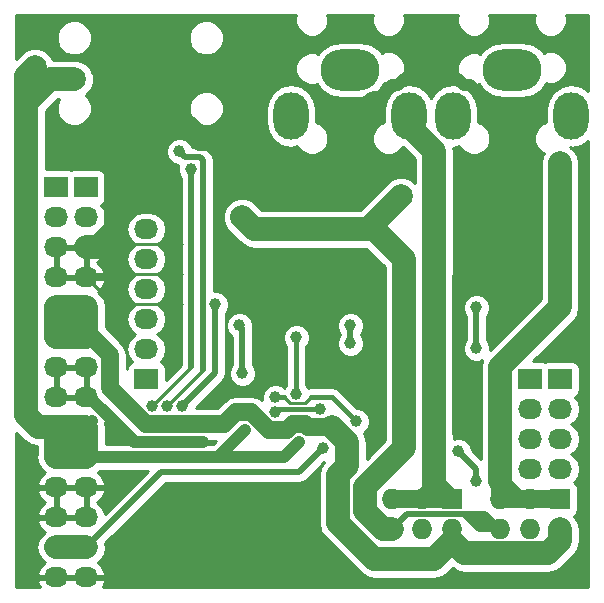
<source format=gbl>
G04 #@! TF.FileFunction,Copper,L2,Bot,Signal*
%FSLAX46Y46*%
G04 Gerber Fmt 4.6, Leading zero omitted, Abs format (unit mm)*
G04 Created by KiCad (PCBNEW 4.0.2-4+6225~38~ubuntu14.04.1-stable) date Fri 18 Mar 2016 14:25:41 GMT*
%MOMM*%
G01*
G04 APERTURE LIST*
%ADD10C,0.100000*%
%ADD11R,1.727200X1.727200*%
%ADD12O,1.727200X1.727200*%
%ADD13O,3.000000X4.000000*%
%ADD14O,5.000000X3.500000*%
%ADD15R,2.032000X1.727200*%
%ADD16O,2.032000X1.727200*%
%ADD17C,1.000000*%
%ADD18C,2.000000*%
%ADD19C,1.500000*%
%ADD20C,1.016000*%
%ADD21C,2.000000*%
%ADD22C,0.254000*%
%ADD23C,0.508000*%
%ADD24C,1.500000*%
%ADD25C,0.381000*%
G04 APERTURE END LIST*
D10*
D11*
X137668000Y-141732000D03*
D12*
X137668000Y-144272000D03*
X135128000Y-141732000D03*
X135128000Y-144272000D03*
X132588000Y-141732000D03*
X132588000Y-144272000D03*
D11*
X146812000Y-141732000D03*
D12*
X146812000Y-144272000D03*
X144272000Y-141732000D03*
X144272000Y-144272000D03*
X141732000Y-141732000D03*
X141732000Y-144272000D03*
D13*
X147748000Y-109276000D03*
X137748000Y-109276000D03*
D14*
X142748000Y-105376000D03*
D13*
X134032000Y-109276000D03*
X124032000Y-109276000D03*
D14*
X129032000Y-105376000D03*
D15*
X146812000Y-131572000D03*
D16*
X146812000Y-134112000D03*
X146812000Y-136652000D03*
X146812000Y-139192000D03*
D15*
X104140000Y-115316000D03*
D16*
X104140000Y-117856000D03*
X104140000Y-120396000D03*
X104140000Y-122936000D03*
X104140000Y-125476000D03*
X104140000Y-128016000D03*
X104140000Y-130556000D03*
X104140000Y-133096000D03*
X104140000Y-135636000D03*
X104140000Y-138176000D03*
X104140000Y-140716000D03*
X104140000Y-143256000D03*
X104140000Y-145796000D03*
X104140000Y-148336000D03*
D15*
X106680000Y-115316000D03*
D16*
X106680000Y-117856000D03*
X106680000Y-120396000D03*
X106680000Y-122936000D03*
X106680000Y-125476000D03*
X106680000Y-128016000D03*
X106680000Y-130556000D03*
X106680000Y-133096000D03*
X106680000Y-135636000D03*
X106680000Y-138176000D03*
X106680000Y-140716000D03*
X106680000Y-143256000D03*
X106680000Y-145796000D03*
X106680000Y-148336000D03*
D15*
X111760000Y-131572000D03*
D16*
X111760000Y-129032000D03*
X111760000Y-126492000D03*
X111760000Y-123952000D03*
X111760000Y-121412000D03*
X111760000Y-118872000D03*
D15*
X144272000Y-131572000D03*
D16*
X144272000Y-134112000D03*
X144272000Y-136652000D03*
X144272000Y-139192000D03*
D17*
X124714000Y-136906000D03*
X120142000Y-135890000D03*
D18*
X105664000Y-106172000D03*
X102339000Y-105156000D03*
D17*
X118872000Y-132588000D03*
X116586000Y-136906000D03*
X131064000Y-122412000D03*
X138176000Y-136144000D03*
D18*
X135636000Y-103140000D03*
X143764000Y-117348000D03*
X109220000Y-112776000D03*
X111252000Y-102108000D03*
X129032000Y-113792000D03*
X119888000Y-117856000D03*
X125476000Y-118872000D03*
X133350000Y-116078000D03*
D19*
X146796000Y-113300000D03*
D17*
X126746000Y-137414000D03*
X113538000Y-133858000D03*
X114554000Y-112268000D03*
X115570000Y-113792000D03*
X112268000Y-133858000D03*
X139700000Y-128966000D03*
X139700000Y-125476000D03*
X124460000Y-132842000D03*
X124460000Y-128016000D03*
X138176000Y-137668000D03*
X139700000Y-140208000D03*
X122682000Y-133096000D03*
X129540000Y-135128000D03*
X126492000Y-134112000D03*
X122682000Y-134366000D03*
X129032000Y-127000000D03*
X129032000Y-128524000D03*
X119634000Y-127000000D03*
X119888000Y-131064000D03*
X117602000Y-125222000D03*
X114808000Y-133858000D03*
D20*
X106680000Y-138176000D02*
X117348000Y-138176000D01*
X123444000Y-138176000D02*
X124714000Y-136906000D01*
X117348000Y-138176000D02*
X123444000Y-138176000D01*
X120142000Y-135890000D02*
X117856000Y-138176000D01*
D21*
X101600000Y-108204000D02*
X103632000Y-106172000D01*
X103632000Y-106172000D02*
X105664000Y-106172000D01*
X102616000Y-135636000D02*
X104140000Y-135636000D01*
X101600000Y-134620000D02*
X102616000Y-135636000D01*
X101600000Y-105895000D02*
X101600000Y-108204000D01*
X101600000Y-108204000D02*
X101600000Y-134620000D01*
X102339000Y-105156000D02*
X101600000Y-105895000D01*
X104140000Y-135636000D02*
X106680000Y-138176000D01*
X104140000Y-135636000D02*
X104140000Y-138176000D01*
X104140000Y-138176000D02*
X106680000Y-138176000D01*
D20*
X106680000Y-135636000D02*
X107188000Y-135128000D01*
D21*
X106680000Y-135636000D02*
X106680000Y-138176000D01*
X104140000Y-135636000D02*
X106680000Y-135636000D01*
D22*
X106680000Y-120396000D02*
X106934000Y-120142000D01*
X106934000Y-120142000D02*
X114808000Y-120142000D01*
D20*
X106934000Y-133096000D02*
X110744000Y-136906000D01*
X116586000Y-136906000D02*
X110744000Y-136906000D01*
X106934000Y-133096000D02*
X106680000Y-133096000D01*
X131064000Y-122412000D02*
X131064000Y-122428000D01*
X138176000Y-122936000D02*
X143764000Y-117348000D01*
X138176000Y-136144000D02*
X138176000Y-122936000D01*
D21*
X135890000Y-103124000D02*
X135890000Y-106172000D01*
X135652000Y-103124000D02*
X135890000Y-103124000D01*
X135636000Y-103140000D02*
X135652000Y-103124000D01*
D20*
X135890000Y-106172000D02*
X138176000Y-106172000D01*
X143764000Y-111252000D02*
X143764000Y-117348000D01*
X139192000Y-106680000D02*
X143764000Y-111252000D01*
X138684000Y-106680000D02*
X139192000Y-106680000D01*
X138176000Y-106172000D02*
X138684000Y-106680000D01*
X131064000Y-108204000D02*
X132588000Y-106680000D01*
X132588000Y-106680000D02*
X133096000Y-106680000D01*
X133096000Y-106680000D02*
X133604000Y-106172000D01*
X133604000Y-106172000D02*
X135890000Y-106172000D01*
D21*
X129032000Y-113792000D02*
X129032000Y-110236000D01*
X129032000Y-110236000D02*
X131064000Y-108204000D01*
X111252000Y-102108000D02*
X111252000Y-109728000D01*
X111252000Y-109728000D02*
X111760000Y-110236000D01*
X122428000Y-113792000D02*
X129032000Y-113792000D01*
X119888000Y-111252000D02*
X122428000Y-113792000D01*
X116332000Y-111252000D02*
X119888000Y-111252000D01*
X115316000Y-110236000D02*
X116332000Y-111252000D01*
X111760000Y-110236000D02*
X115316000Y-110236000D01*
X107696000Y-120396000D02*
X109220000Y-118872000D01*
X109220000Y-118872000D02*
X109220000Y-112776000D01*
X109220000Y-112776000D02*
X111760000Y-110236000D01*
X106680000Y-120396000D02*
X107696000Y-120396000D01*
D22*
X106680000Y-122936000D02*
X108966000Y-125222000D01*
X108966000Y-125222000D02*
X114808000Y-125222000D01*
X106680000Y-122936000D02*
X106934000Y-122682000D01*
X106934000Y-122682000D02*
X114808000Y-122682000D01*
D21*
X132588000Y-144272000D02*
X131826000Y-144272000D01*
X131826000Y-144272000D02*
X130302000Y-142748000D01*
X133604000Y-137414000D02*
X133604000Y-121412000D01*
X130302000Y-140716000D02*
X133604000Y-137414000D01*
X130302000Y-142748000D02*
X130302000Y-140716000D01*
D23*
X140462000Y-144272000D02*
X139954000Y-144272000D01*
X139446000Y-143256000D02*
X139954000Y-143256000D01*
X139954000Y-143256000D02*
X140462000Y-143764000D01*
X141732000Y-144272000D02*
X141224000Y-144272000D01*
X141224000Y-144272000D02*
X140716000Y-143764000D01*
X139954000Y-143002000D02*
X140716000Y-143764000D01*
X140462000Y-143764000D02*
X140462000Y-144018000D01*
X140716000Y-143764000D02*
X140462000Y-143764000D01*
X140462000Y-143002000D02*
X139954000Y-143002000D01*
X141732000Y-144272000D02*
X140462000Y-144272000D01*
X140462000Y-144272000D02*
X139446000Y-143256000D01*
X139446000Y-143256000D02*
X139192000Y-143002000D01*
X139954000Y-144272000D02*
X140208000Y-144272000D01*
X140208000Y-144272000D02*
X140462000Y-144018000D01*
X140462000Y-144018000D02*
X140970000Y-143510000D01*
X138684000Y-143002000D02*
X139192000Y-143002000D01*
X139192000Y-143002000D02*
X139954000Y-143002000D01*
X140462000Y-143002000D02*
X140970000Y-143510000D01*
X140970000Y-143510000D02*
X141732000Y-144272000D01*
X139954000Y-144272000D02*
X138684000Y-143002000D01*
X133858000Y-143002000D02*
X138684000Y-143002000D01*
X133858000Y-143002000D02*
X132588000Y-144272000D01*
D21*
X133604000Y-121412000D02*
X130810000Y-118618000D01*
X125476000Y-118872000D02*
X120904000Y-118872000D01*
X120904000Y-118872000D02*
X119888000Y-117856000D01*
X130556000Y-118872000D02*
X130810000Y-118618000D01*
X130556000Y-118872000D02*
X125476000Y-118872000D01*
X130810000Y-118618000D02*
X133350000Y-116078000D01*
D24*
X144272000Y-141732000D02*
X146812000Y-141732000D01*
X143256000Y-141732000D02*
X144272000Y-141732000D01*
X141732000Y-141732000D02*
X143256000Y-141732000D01*
X141732000Y-141732000D02*
X141732000Y-140208000D01*
D21*
X141732000Y-130556000D02*
X146796000Y-125492000D01*
X146796000Y-125492000D02*
X146796000Y-113300000D01*
X141732000Y-130556000D02*
X141732000Y-140208000D01*
D24*
X143256000Y-141732000D02*
X141732000Y-140208000D01*
X132588000Y-141732000D02*
X135128000Y-141732000D01*
X137668000Y-141732000D02*
X135128000Y-141732000D01*
D21*
X134620000Y-110744000D02*
X134032000Y-109276000D01*
X136144000Y-140208000D02*
X136144000Y-112268000D01*
X136144000Y-112268000D02*
X134620000Y-110744000D01*
D24*
X137668000Y-141732000D02*
X136144000Y-140208000D01*
D21*
X136144000Y-140716000D02*
X136144000Y-140208000D01*
D24*
X135128000Y-141732000D02*
X136144000Y-140716000D01*
D21*
X128778000Y-138938000D02*
X128778000Y-136906000D01*
X137668000Y-145288000D02*
X136144000Y-146812000D01*
X128016000Y-139700000D02*
X128778000Y-138938000D01*
X128016000Y-143764000D02*
X128016000Y-139700000D01*
X131064000Y-146812000D02*
X128016000Y-143764000D01*
X136144000Y-146812000D02*
X131064000Y-146812000D01*
D24*
X108712000Y-129540000D02*
X107188000Y-128016000D01*
D21*
X104140000Y-125476000D02*
X106680000Y-128016000D01*
X106680000Y-128016000D02*
X104140000Y-128016000D01*
X104140000Y-128016000D02*
X104140000Y-125476000D01*
X104140000Y-125476000D02*
X106680000Y-125476000D01*
X106680000Y-125476000D02*
X106680000Y-128016000D01*
D24*
X106680000Y-128016000D02*
X107188000Y-128016000D01*
D21*
X137668000Y-145288000D02*
X138684000Y-146304000D01*
D24*
X137668000Y-144272000D02*
X137668000Y-145288000D01*
D21*
X146812000Y-145288000D02*
X146812000Y-144272000D01*
X145796000Y-146304000D02*
X146812000Y-145288000D01*
X138684000Y-146304000D02*
X145796000Y-146304000D01*
D24*
X123698000Y-135890000D02*
X122174000Y-135890000D01*
X127508000Y-135636000D02*
X125476000Y-135636000D01*
D21*
X128778000Y-136906000D02*
X127508000Y-135636000D01*
D24*
X124206000Y-135382000D02*
X123698000Y-135890000D01*
X125222000Y-135382000D02*
X124206000Y-135382000D01*
X125476000Y-135636000D02*
X125222000Y-135382000D01*
X122174000Y-135890000D02*
X120650000Y-134366000D01*
X108712000Y-129540000D02*
X108712000Y-132334000D01*
X120650000Y-134366000D02*
X119380000Y-134366000D01*
X119380000Y-134366000D02*
X118364000Y-135382000D01*
X118364000Y-135382000D02*
X111760000Y-135382000D01*
X111760000Y-135382000D02*
X108712000Y-132334000D01*
D23*
X126746000Y-137414000D02*
X124714000Y-139446000D01*
X124714000Y-139446000D02*
X113030000Y-139446000D01*
X113030000Y-139446000D02*
X106680000Y-145796000D01*
D21*
X106680000Y-145796000D02*
X104140000Y-145796000D01*
D23*
X111760000Y-118872000D02*
X111826000Y-118806000D01*
X114554000Y-112268000D02*
X115062000Y-112776000D01*
X115062000Y-112776000D02*
X116332000Y-112776000D01*
X116586000Y-113030000D02*
X116586000Y-130810000D01*
X116332000Y-112776000D02*
X116586000Y-113030000D01*
D22*
X113538000Y-133858000D02*
X116586000Y-130810000D01*
D23*
X114554000Y-112456000D02*
X114554000Y-112268000D01*
X114554000Y-112268000D02*
X114554000Y-112456000D01*
X115570000Y-113792000D02*
X115570000Y-130556000D01*
D22*
X112268000Y-133858000D02*
X115570000Y-130556000D01*
D23*
X139700000Y-128966000D02*
X139700000Y-125476000D01*
D25*
X124460000Y-132842000D02*
X124460000Y-128016000D01*
D23*
X138176000Y-137668000D02*
X139700000Y-139192000D01*
X139700000Y-140208000D02*
X139700000Y-139192000D01*
D25*
X123444000Y-133096000D02*
X122682000Y-133096000D01*
D22*
X123444000Y-133096000D02*
X123952000Y-133604000D01*
X123952000Y-133604000D02*
X125222000Y-133604000D01*
X125222000Y-133604000D02*
X125730000Y-133096000D01*
D25*
X127508000Y-133096000D02*
X125730000Y-133096000D01*
X129540000Y-135128000D02*
X127508000Y-133096000D01*
X126492000Y-134112000D02*
X122936000Y-134112000D01*
X122936000Y-134112000D02*
X122682000Y-134366000D01*
D23*
X129032000Y-128524000D02*
X129032000Y-127000000D01*
X119888000Y-131064000D02*
X119888000Y-127254000D01*
X119888000Y-127254000D02*
X119634000Y-127000000D01*
X117602000Y-131064000D02*
X114808000Y-133858000D01*
X117602000Y-125222000D02*
X117602000Y-131064000D01*
D22*
G36*
X149175000Y-149175000D02*
X108061097Y-149175000D01*
X108284709Y-148710791D01*
X108287358Y-148695026D01*
X108166217Y-148463000D01*
X106807000Y-148463000D01*
X106807000Y-148483000D01*
X106553000Y-148483000D01*
X106553000Y-148463000D01*
X104267000Y-148463000D01*
X104267000Y-148483000D01*
X104013000Y-148483000D01*
X104013000Y-148463000D01*
X102653783Y-148463000D01*
X102532642Y-148695026D01*
X102535291Y-148710791D01*
X102758903Y-149175000D01*
X100761000Y-149175000D01*
X100761000Y-141075026D01*
X102532642Y-141075026D01*
X102535291Y-141090791D01*
X102789268Y-141618036D01*
X103201108Y-141986000D01*
X102789268Y-142353964D01*
X102535291Y-142881209D01*
X102532642Y-142896974D01*
X102653783Y-143129000D01*
X104013000Y-143129000D01*
X104013000Y-140843000D01*
X104267000Y-140843000D01*
X104267000Y-143129000D01*
X106553000Y-143129000D01*
X106553000Y-140843000D01*
X104267000Y-140843000D01*
X104013000Y-140843000D01*
X102653783Y-140843000D01*
X102532642Y-141075026D01*
X100761000Y-141075026D01*
X100761000Y-136093240D01*
X101459880Y-136792120D01*
X101990312Y-137146543D01*
X102505000Y-137248922D01*
X102505000Y-137932953D01*
X102456655Y-138176000D01*
X102570729Y-138749489D01*
X102895585Y-139235670D01*
X102938670Y-139264459D01*
X102983880Y-139332120D01*
X103181086Y-139463889D01*
X102789268Y-139813964D01*
X102535291Y-140341209D01*
X102532642Y-140356974D01*
X102653783Y-140589000D01*
X104013000Y-140589000D01*
X104013000Y-140569000D01*
X104267000Y-140569000D01*
X104267000Y-140589000D01*
X106553000Y-140589000D01*
X106553000Y-140569000D01*
X106807000Y-140569000D01*
X106807000Y-140589000D01*
X108166217Y-140589000D01*
X108287358Y-140356974D01*
X108284709Y-140341209D01*
X108030732Y-139813964D01*
X107638914Y-139463889D01*
X107836120Y-139332120D01*
X107844886Y-139319000D01*
X111899764Y-139319000D01*
X108249741Y-142969023D01*
X108287358Y-142896974D01*
X108284709Y-142881209D01*
X108030732Y-142353964D01*
X107618892Y-141986000D01*
X108030732Y-141618036D01*
X108284709Y-141090791D01*
X108287358Y-141075026D01*
X108166217Y-140843000D01*
X106807000Y-140843000D01*
X106807000Y-143129000D01*
X106827000Y-143129000D01*
X106827000Y-143383000D01*
X106807000Y-143383000D01*
X106807000Y-143403000D01*
X106553000Y-143403000D01*
X106553000Y-143383000D01*
X104267000Y-143383000D01*
X104267000Y-143403000D01*
X104013000Y-143403000D01*
X104013000Y-143383000D01*
X102653783Y-143383000D01*
X102532642Y-143615026D01*
X102535291Y-143630791D01*
X102789268Y-144158036D01*
X103181086Y-144508111D01*
X102983880Y-144639880D01*
X102938670Y-144707541D01*
X102895585Y-144736330D01*
X102570729Y-145222511D01*
X102456655Y-145796000D01*
X102570729Y-146369489D01*
X102895585Y-146855670D01*
X102938670Y-146884459D01*
X102983880Y-146952120D01*
X103181086Y-147083889D01*
X102789268Y-147433964D01*
X102535291Y-147961209D01*
X102532642Y-147976974D01*
X102653783Y-148209000D01*
X104013000Y-148209000D01*
X104013000Y-148189000D01*
X104267000Y-148189000D01*
X104267000Y-148209000D01*
X106553000Y-148209000D01*
X106553000Y-148189000D01*
X106807000Y-148189000D01*
X106807000Y-148209000D01*
X108166217Y-148209000D01*
X108287358Y-147976974D01*
X108284709Y-147961209D01*
X108030732Y-147433964D01*
X107638914Y-147083889D01*
X107836120Y-146952120D01*
X107881330Y-146884459D01*
X107924415Y-146855670D01*
X108249271Y-146369489D01*
X108363345Y-145796000D01*
X108292649Y-145440587D01*
X113398236Y-140335000D01*
X124714000Y-140335000D01*
X125054206Y-140267329D01*
X125342618Y-140074618D01*
X126832744Y-138584492D01*
X126505457Y-139074312D01*
X126380999Y-139700000D01*
X126381000Y-139700005D01*
X126381000Y-143763995D01*
X126380999Y-143764000D01*
X126505457Y-144389688D01*
X126859880Y-144920120D01*
X129907880Y-147968120D01*
X130438312Y-148322543D01*
X131064000Y-148447001D01*
X131064005Y-148447000D01*
X136143995Y-148447000D01*
X136144000Y-148447001D01*
X136769688Y-148322543D01*
X137300120Y-147968120D01*
X137695872Y-147572368D01*
X138058312Y-147814543D01*
X138684000Y-147939001D01*
X138684005Y-147939000D01*
X145795995Y-147939000D01*
X145796000Y-147939001D01*
X146421688Y-147814543D01*
X146952120Y-147460120D01*
X147968120Y-146444120D01*
X148322543Y-145913688D01*
X148447001Y-145288000D01*
X148447000Y-145287995D01*
X148447000Y-144272000D01*
X148322543Y-143646313D01*
X147989648Y-143148100D01*
X148127041Y-143059690D01*
X148272031Y-142847490D01*
X148323040Y-142595600D01*
X148323040Y-140868400D01*
X148278762Y-140633083D01*
X148139690Y-140416959D01*
X147976212Y-140305260D01*
X148056415Y-140251670D01*
X148381271Y-139765489D01*
X148495345Y-139192000D01*
X148381271Y-138618511D01*
X148056415Y-138132330D01*
X147741634Y-137922000D01*
X148056415Y-137711670D01*
X148381271Y-137225489D01*
X148495345Y-136652000D01*
X148381271Y-136078511D01*
X148056415Y-135592330D01*
X147741634Y-135382000D01*
X148056415Y-135171670D01*
X148381271Y-134685489D01*
X148495345Y-134112000D01*
X148381271Y-133538511D01*
X148056415Y-133052330D01*
X148042087Y-133042757D01*
X148063317Y-133038762D01*
X148279441Y-132899690D01*
X148424431Y-132687490D01*
X148475440Y-132435600D01*
X148475440Y-130708400D01*
X148431162Y-130473083D01*
X148292090Y-130256959D01*
X148079890Y-130111969D01*
X147828000Y-130060960D01*
X145796000Y-130060960D01*
X145560683Y-130105238D01*
X145544901Y-130115393D01*
X145539890Y-130111969D01*
X145288000Y-130060960D01*
X144539280Y-130060960D01*
X147952117Y-126648122D01*
X147952120Y-126648120D01*
X148306543Y-126117687D01*
X148431000Y-125492000D01*
X148431000Y-113300000D01*
X148306543Y-112674313D01*
X147952120Y-112143880D01*
X147652385Y-111943604D01*
X147748000Y-111962623D01*
X148565029Y-111800106D01*
X149175000Y-111392536D01*
X149175000Y-149175000D01*
X149175000Y-149175000D01*
G37*
X149175000Y-149175000D02*
X108061097Y-149175000D01*
X108284709Y-148710791D01*
X108287358Y-148695026D01*
X108166217Y-148463000D01*
X106807000Y-148463000D01*
X106807000Y-148483000D01*
X106553000Y-148483000D01*
X106553000Y-148463000D01*
X104267000Y-148463000D01*
X104267000Y-148483000D01*
X104013000Y-148483000D01*
X104013000Y-148463000D01*
X102653783Y-148463000D01*
X102532642Y-148695026D01*
X102535291Y-148710791D01*
X102758903Y-149175000D01*
X100761000Y-149175000D01*
X100761000Y-141075026D01*
X102532642Y-141075026D01*
X102535291Y-141090791D01*
X102789268Y-141618036D01*
X103201108Y-141986000D01*
X102789268Y-142353964D01*
X102535291Y-142881209D01*
X102532642Y-142896974D01*
X102653783Y-143129000D01*
X104013000Y-143129000D01*
X104013000Y-140843000D01*
X104267000Y-140843000D01*
X104267000Y-143129000D01*
X106553000Y-143129000D01*
X106553000Y-140843000D01*
X104267000Y-140843000D01*
X104013000Y-140843000D01*
X102653783Y-140843000D01*
X102532642Y-141075026D01*
X100761000Y-141075026D01*
X100761000Y-136093240D01*
X101459880Y-136792120D01*
X101990312Y-137146543D01*
X102505000Y-137248922D01*
X102505000Y-137932953D01*
X102456655Y-138176000D01*
X102570729Y-138749489D01*
X102895585Y-139235670D01*
X102938670Y-139264459D01*
X102983880Y-139332120D01*
X103181086Y-139463889D01*
X102789268Y-139813964D01*
X102535291Y-140341209D01*
X102532642Y-140356974D01*
X102653783Y-140589000D01*
X104013000Y-140589000D01*
X104013000Y-140569000D01*
X104267000Y-140569000D01*
X104267000Y-140589000D01*
X106553000Y-140589000D01*
X106553000Y-140569000D01*
X106807000Y-140569000D01*
X106807000Y-140589000D01*
X108166217Y-140589000D01*
X108287358Y-140356974D01*
X108284709Y-140341209D01*
X108030732Y-139813964D01*
X107638914Y-139463889D01*
X107836120Y-139332120D01*
X107844886Y-139319000D01*
X111899764Y-139319000D01*
X108249741Y-142969023D01*
X108287358Y-142896974D01*
X108284709Y-142881209D01*
X108030732Y-142353964D01*
X107618892Y-141986000D01*
X108030732Y-141618036D01*
X108284709Y-141090791D01*
X108287358Y-141075026D01*
X108166217Y-140843000D01*
X106807000Y-140843000D01*
X106807000Y-143129000D01*
X106827000Y-143129000D01*
X106827000Y-143383000D01*
X106807000Y-143383000D01*
X106807000Y-143403000D01*
X106553000Y-143403000D01*
X106553000Y-143383000D01*
X104267000Y-143383000D01*
X104267000Y-143403000D01*
X104013000Y-143403000D01*
X104013000Y-143383000D01*
X102653783Y-143383000D01*
X102532642Y-143615026D01*
X102535291Y-143630791D01*
X102789268Y-144158036D01*
X103181086Y-144508111D01*
X102983880Y-144639880D01*
X102938670Y-144707541D01*
X102895585Y-144736330D01*
X102570729Y-145222511D01*
X102456655Y-145796000D01*
X102570729Y-146369489D01*
X102895585Y-146855670D01*
X102938670Y-146884459D01*
X102983880Y-146952120D01*
X103181086Y-147083889D01*
X102789268Y-147433964D01*
X102535291Y-147961209D01*
X102532642Y-147976974D01*
X102653783Y-148209000D01*
X104013000Y-148209000D01*
X104013000Y-148189000D01*
X104267000Y-148189000D01*
X104267000Y-148209000D01*
X106553000Y-148209000D01*
X106553000Y-148189000D01*
X106807000Y-148189000D01*
X106807000Y-148209000D01*
X108166217Y-148209000D01*
X108287358Y-147976974D01*
X108284709Y-147961209D01*
X108030732Y-147433964D01*
X107638914Y-147083889D01*
X107836120Y-146952120D01*
X107881330Y-146884459D01*
X107924415Y-146855670D01*
X108249271Y-146369489D01*
X108363345Y-145796000D01*
X108292649Y-145440587D01*
X113398236Y-140335000D01*
X124714000Y-140335000D01*
X125054206Y-140267329D01*
X125342618Y-140074618D01*
X126832744Y-138584492D01*
X126505457Y-139074312D01*
X126380999Y-139700000D01*
X126381000Y-139700005D01*
X126381000Y-143763995D01*
X126380999Y-143764000D01*
X126505457Y-144389688D01*
X126859880Y-144920120D01*
X129907880Y-147968120D01*
X130438312Y-148322543D01*
X131064000Y-148447001D01*
X131064005Y-148447000D01*
X136143995Y-148447000D01*
X136144000Y-148447001D01*
X136769688Y-148322543D01*
X137300120Y-147968120D01*
X137695872Y-147572368D01*
X138058312Y-147814543D01*
X138684000Y-147939001D01*
X138684005Y-147939000D01*
X145795995Y-147939000D01*
X145796000Y-147939001D01*
X146421688Y-147814543D01*
X146952120Y-147460120D01*
X147968120Y-146444120D01*
X148322543Y-145913688D01*
X148447001Y-145288000D01*
X148447000Y-145287995D01*
X148447000Y-144272000D01*
X148322543Y-143646313D01*
X147989648Y-143148100D01*
X148127041Y-143059690D01*
X148272031Y-142847490D01*
X148323040Y-142595600D01*
X148323040Y-140868400D01*
X148278762Y-140633083D01*
X148139690Y-140416959D01*
X147976212Y-140305260D01*
X148056415Y-140251670D01*
X148381271Y-139765489D01*
X148495345Y-139192000D01*
X148381271Y-138618511D01*
X148056415Y-138132330D01*
X147741634Y-137922000D01*
X148056415Y-137711670D01*
X148381271Y-137225489D01*
X148495345Y-136652000D01*
X148381271Y-136078511D01*
X148056415Y-135592330D01*
X147741634Y-135382000D01*
X148056415Y-135171670D01*
X148381271Y-134685489D01*
X148495345Y-134112000D01*
X148381271Y-133538511D01*
X148056415Y-133052330D01*
X148042087Y-133042757D01*
X148063317Y-133038762D01*
X148279441Y-132899690D01*
X148424431Y-132687490D01*
X148475440Y-132435600D01*
X148475440Y-130708400D01*
X148431162Y-130473083D01*
X148292090Y-130256959D01*
X148079890Y-130111969D01*
X147828000Y-130060960D01*
X145796000Y-130060960D01*
X145560683Y-130105238D01*
X145544901Y-130115393D01*
X145539890Y-130111969D01*
X145288000Y-130060960D01*
X144539280Y-130060960D01*
X147952117Y-126648122D01*
X147952120Y-126648120D01*
X148306543Y-126117687D01*
X148431000Y-125492000D01*
X148431000Y-113300000D01*
X148306543Y-112674313D01*
X147952120Y-112143880D01*
X147652385Y-111943604D01*
X147748000Y-111962623D01*
X148565029Y-111800106D01*
X149175000Y-111392536D01*
X149175000Y-149175000D01*
G36*
X124397241Y-100899298D02*
X124396760Y-101450285D01*
X124607169Y-101959515D01*
X124996436Y-102349461D01*
X125505298Y-102560759D01*
X126056285Y-102561240D01*
X126565515Y-102350831D01*
X126955461Y-101961564D01*
X127166759Y-101452702D01*
X127167240Y-100901715D01*
X127109098Y-100761000D01*
X130954667Y-100761000D01*
X130897241Y-100899298D01*
X130896760Y-101450285D01*
X131107169Y-101959515D01*
X131496436Y-102349461D01*
X132005298Y-102560759D01*
X132556285Y-102561240D01*
X133065515Y-102350831D01*
X133455461Y-101961564D01*
X133666759Y-101452702D01*
X133667240Y-100901715D01*
X133609098Y-100761000D01*
X138170667Y-100761000D01*
X138113241Y-100899298D01*
X138112760Y-101450285D01*
X138323169Y-101959515D01*
X138712436Y-102349461D01*
X139221298Y-102560759D01*
X139772285Y-102561240D01*
X140281515Y-102350831D01*
X140671461Y-101961564D01*
X140882759Y-101452702D01*
X140883240Y-100901715D01*
X140825098Y-100761000D01*
X144670667Y-100761000D01*
X144613241Y-100899298D01*
X144612760Y-101450285D01*
X144823169Y-101959515D01*
X145212436Y-102349461D01*
X145721298Y-102560759D01*
X146272285Y-102561240D01*
X146781515Y-102350831D01*
X147171461Y-101961564D01*
X147382759Y-101452702D01*
X147383240Y-100901715D01*
X147325098Y-100761000D01*
X149175000Y-100761000D01*
X149175000Y-107159464D01*
X148565029Y-106751894D01*
X147748000Y-106589377D01*
X146930971Y-106751894D01*
X146238327Y-107214704D01*
X145775517Y-107907348D01*
X145613000Y-108724377D01*
X145613000Y-109827623D01*
X145614633Y-109835832D01*
X145214485Y-110001169D01*
X144824539Y-110390436D01*
X144613241Y-110899298D01*
X144612760Y-111450285D01*
X144823169Y-111959515D01*
X145212436Y-112349461D01*
X145439513Y-112443752D01*
X145285457Y-112674313D01*
X145161000Y-113300000D01*
X145161000Y-124814761D01*
X140834848Y-129140912D01*
X140835197Y-128741225D01*
X140662767Y-128323914D01*
X140589000Y-128250018D01*
X140589000Y-126192283D01*
X140661645Y-126119765D01*
X140834803Y-125702756D01*
X140835197Y-125251225D01*
X140662767Y-124833914D01*
X140343765Y-124514355D01*
X139926756Y-124341197D01*
X139475225Y-124340803D01*
X139057914Y-124513233D01*
X138738355Y-124832235D01*
X138565197Y-125249244D01*
X138564803Y-125700775D01*
X138737233Y-126118086D01*
X138811000Y-126191982D01*
X138811000Y-128249717D01*
X138738355Y-128322235D01*
X138565197Y-128739244D01*
X138564803Y-129190775D01*
X138737233Y-129608086D01*
X139056235Y-129927645D01*
X139473244Y-130100803D01*
X139924775Y-130101197D01*
X140210990Y-129982935D01*
X140096999Y-130556000D01*
X140097000Y-130556005D01*
X140097000Y-138331764D01*
X139311107Y-137545871D01*
X139311197Y-137443225D01*
X139138767Y-137025914D01*
X138819765Y-136706355D01*
X138402756Y-136533197D01*
X137951225Y-136532803D01*
X137779000Y-136603965D01*
X137779000Y-112268000D01*
X137717031Y-111956463D01*
X137748000Y-111962623D01*
X138280673Y-111856668D01*
X138323169Y-111959515D01*
X138712436Y-112349461D01*
X139221298Y-112560759D01*
X139772285Y-112561240D01*
X140281515Y-112350831D01*
X140671461Y-111961564D01*
X140882759Y-111452702D01*
X140883240Y-110901715D01*
X140672831Y-110392485D01*
X140283564Y-110002539D01*
X139881422Y-109835555D01*
X139883000Y-109827623D01*
X139883000Y-108724377D01*
X139720483Y-107907348D01*
X139257673Y-107214704D01*
X138565029Y-106751894D01*
X137748000Y-106589377D01*
X136930971Y-106751894D01*
X136238327Y-107214704D01*
X135890000Y-107736012D01*
X135541673Y-107214704D01*
X134849029Y-106751894D01*
X134032000Y-106589377D01*
X133214971Y-106751894D01*
X132522327Y-107214704D01*
X132059517Y-107907348D01*
X131897000Y-108724377D01*
X131897000Y-109827623D01*
X131898633Y-109835832D01*
X131498485Y-110001169D01*
X131108539Y-110390436D01*
X130897241Y-110899298D01*
X130896760Y-111450285D01*
X131107169Y-111959515D01*
X131496436Y-112349461D01*
X132005298Y-112560759D01*
X132556285Y-112561240D01*
X133065515Y-112350831D01*
X133455461Y-111961564D01*
X133475959Y-111912199D01*
X134509000Y-112945239D01*
X134509000Y-114924764D01*
X134277363Y-114692722D01*
X133676648Y-114443284D01*
X133026205Y-114442716D01*
X132425057Y-114691106D01*
X131964722Y-115150637D01*
X131964437Y-115151324D01*
X129878760Y-117237000D01*
X125477426Y-117237000D01*
X125152205Y-117236716D01*
X125151518Y-117237000D01*
X121581240Y-117237000D01*
X121044557Y-116700317D01*
X120815363Y-116470722D01*
X120214648Y-116221284D01*
X119564205Y-116220716D01*
X118963057Y-116469106D01*
X118502722Y-116928637D01*
X118253284Y-117529352D01*
X118252716Y-118179795D01*
X118501106Y-118780943D01*
X118960637Y-119241278D01*
X118961323Y-119241563D01*
X119747880Y-120028120D01*
X120278312Y-120382543D01*
X120904000Y-120507001D01*
X120904005Y-120507000D01*
X125474573Y-120507000D01*
X125799795Y-120507284D01*
X125800482Y-120507000D01*
X130386760Y-120507000D01*
X131969000Y-122089239D01*
X131969000Y-136736761D01*
X130413000Y-138292760D01*
X130413000Y-136906000D01*
X130370432Y-136691994D01*
X130288543Y-136280312D01*
X130166262Y-136097305D01*
X130182086Y-136090767D01*
X130501645Y-135771765D01*
X130674803Y-135354756D01*
X130675197Y-134903225D01*
X130502767Y-134485914D01*
X130183765Y-134166355D01*
X129766756Y-133993197D01*
X129572461Y-133993027D01*
X128091717Y-132512283D01*
X127823906Y-132333337D01*
X127508000Y-132270500D01*
X125730000Y-132270500D01*
X125473051Y-132321610D01*
X125422767Y-132199914D01*
X125285500Y-132062407D01*
X125285500Y-128795673D01*
X125421645Y-128659765D01*
X125594803Y-128242756D01*
X125595197Y-127791225D01*
X125422767Y-127373914D01*
X125273888Y-127224775D01*
X127896803Y-127224775D01*
X128069233Y-127642086D01*
X128143000Y-127715982D01*
X128143000Y-127807717D01*
X128070355Y-127880235D01*
X127897197Y-128297244D01*
X127896803Y-128748775D01*
X128069233Y-129166086D01*
X128388235Y-129485645D01*
X128805244Y-129658803D01*
X129256775Y-129659197D01*
X129674086Y-129486767D01*
X129993645Y-129167765D01*
X130166803Y-128750756D01*
X130167197Y-128299225D01*
X129994767Y-127881914D01*
X129921000Y-127808018D01*
X129921000Y-127716283D01*
X129993645Y-127643765D01*
X130166803Y-127226756D01*
X130167197Y-126775225D01*
X129994767Y-126357914D01*
X129675765Y-126038355D01*
X129258756Y-125865197D01*
X128807225Y-125864803D01*
X128389914Y-126037233D01*
X128070355Y-126356235D01*
X127897197Y-126773244D01*
X127896803Y-127224775D01*
X125273888Y-127224775D01*
X125103765Y-127054355D01*
X124686756Y-126881197D01*
X124235225Y-126880803D01*
X123817914Y-127053233D01*
X123498355Y-127372235D01*
X123325197Y-127789244D01*
X123324803Y-128240775D01*
X123497233Y-128658086D01*
X123634500Y-128795593D01*
X123634500Y-132062327D01*
X123498355Y-132198235D01*
X123466490Y-132274974D01*
X123466051Y-132274886D01*
X123325765Y-132134355D01*
X122908756Y-131961197D01*
X122457225Y-131960803D01*
X122039914Y-132133233D01*
X121720355Y-132452235D01*
X121547197Y-132869244D01*
X121546803Y-133320775D01*
X121552928Y-133335598D01*
X121533708Y-133322756D01*
X121180017Y-133086427D01*
X120650000Y-132981000D01*
X119380000Y-132981000D01*
X118849983Y-133086427D01*
X118496292Y-133322756D01*
X118400657Y-133386657D01*
X117790314Y-133997000D01*
X115942880Y-133997000D01*
X115942894Y-133980342D01*
X118230618Y-131692618D01*
X118285276Y-131610816D01*
X118423329Y-131404206D01*
X118491000Y-131064000D01*
X118491000Y-127224775D01*
X118498803Y-127224775D01*
X118671233Y-127642086D01*
X118990235Y-127961645D01*
X118999000Y-127965285D01*
X118999000Y-130347717D01*
X118926355Y-130420235D01*
X118753197Y-130837244D01*
X118752803Y-131288775D01*
X118925233Y-131706086D01*
X119244235Y-132025645D01*
X119661244Y-132198803D01*
X120112775Y-132199197D01*
X120530086Y-132026767D01*
X120849645Y-131707765D01*
X121022803Y-131290756D01*
X121023197Y-130839225D01*
X120850767Y-130421914D01*
X120777000Y-130348018D01*
X120777000Y-127254000D01*
X120768815Y-127212852D01*
X120769197Y-126775225D01*
X120596767Y-126357914D01*
X120277765Y-126038355D01*
X119860756Y-125865197D01*
X119409225Y-125864803D01*
X118991914Y-126037233D01*
X118672355Y-126356235D01*
X118499197Y-126773244D01*
X118498803Y-127224775D01*
X118491000Y-127224775D01*
X118491000Y-125938283D01*
X118563645Y-125865765D01*
X118736803Y-125448756D01*
X118737197Y-124997225D01*
X118564767Y-124579914D01*
X118245765Y-124260355D01*
X117828756Y-124087197D01*
X117475000Y-124086888D01*
X117475000Y-113030000D01*
X117407329Y-112689794D01*
X117214618Y-112401382D01*
X116960618Y-112147382D01*
X116801771Y-112041244D01*
X116672206Y-111954671D01*
X116332000Y-111887000D01*
X115624646Y-111887000D01*
X115516767Y-111625914D01*
X115197765Y-111306355D01*
X114780756Y-111133197D01*
X114329225Y-111132803D01*
X113911914Y-111305233D01*
X113592355Y-111624235D01*
X113419197Y-112041244D01*
X113418803Y-112492775D01*
X113591233Y-112910086D01*
X113910235Y-113229645D01*
X114327244Y-113402803D01*
X114431658Y-113402894D01*
X114433382Y-113404618D01*
X114487014Y-113440454D01*
X114435197Y-113565244D01*
X114434803Y-114016775D01*
X114607233Y-114434086D01*
X114681000Y-114507982D01*
X114681000Y-130367370D01*
X113423440Y-131624930D01*
X113423440Y-130708400D01*
X113379162Y-130473083D01*
X113240090Y-130256959D01*
X113027890Y-130111969D01*
X112986561Y-130103600D01*
X113004415Y-130091670D01*
X113329271Y-129605489D01*
X113443345Y-129032000D01*
X113329271Y-128458511D01*
X113004415Y-127972330D01*
X112689634Y-127762000D01*
X113004415Y-127551670D01*
X113329271Y-127065489D01*
X113443345Y-126492000D01*
X113329271Y-125918511D01*
X113004415Y-125432330D01*
X112689634Y-125222000D01*
X113004415Y-125011670D01*
X113329271Y-124525489D01*
X113443345Y-123952000D01*
X113329271Y-123378511D01*
X113004415Y-122892330D01*
X112689634Y-122682000D01*
X113004415Y-122471670D01*
X113329271Y-121985489D01*
X113443345Y-121412000D01*
X113329271Y-120838511D01*
X113004415Y-120352330D01*
X112689634Y-120142000D01*
X113004415Y-119931670D01*
X113329271Y-119445489D01*
X113443345Y-118872000D01*
X113329271Y-118298511D01*
X113004415Y-117812330D01*
X112518234Y-117487474D01*
X111944745Y-117373400D01*
X111575255Y-117373400D01*
X111001766Y-117487474D01*
X110515585Y-117812330D01*
X110190729Y-118298511D01*
X110076655Y-118872000D01*
X110190729Y-119445489D01*
X110515585Y-119931670D01*
X110830366Y-120142000D01*
X110515585Y-120352330D01*
X110190729Y-120838511D01*
X110076655Y-121412000D01*
X110190729Y-121985489D01*
X110515585Y-122471670D01*
X110830366Y-122682000D01*
X110515585Y-122892330D01*
X110190729Y-123378511D01*
X110076655Y-123952000D01*
X110190729Y-124525489D01*
X110515585Y-125011670D01*
X110830366Y-125222000D01*
X110515585Y-125432330D01*
X110190729Y-125918511D01*
X110076655Y-126492000D01*
X110190729Y-127065489D01*
X110515585Y-127551670D01*
X110830366Y-127762000D01*
X110515585Y-127972330D01*
X110190729Y-128458511D01*
X110076655Y-129032000D01*
X110190729Y-129605489D01*
X110515585Y-130091670D01*
X110529913Y-130101243D01*
X110508683Y-130105238D01*
X110292559Y-130244310D01*
X110147569Y-130456510D01*
X110097000Y-130706227D01*
X110097000Y-129540000D01*
X109991573Y-129009983D01*
X109691343Y-128560657D01*
X108315000Y-127184314D01*
X108315000Y-125719047D01*
X108363345Y-125476000D01*
X108249271Y-124902511D01*
X107924415Y-124416330D01*
X107881330Y-124387541D01*
X107836120Y-124319880D01*
X107638914Y-124188111D01*
X108030732Y-123838036D01*
X108284709Y-123310791D01*
X108287358Y-123295026D01*
X108166217Y-123063000D01*
X106807000Y-123063000D01*
X106807000Y-123083000D01*
X106553000Y-123083000D01*
X106553000Y-123063000D01*
X104267000Y-123063000D01*
X104267000Y-123083000D01*
X104013000Y-123083000D01*
X104013000Y-123063000D01*
X103993000Y-123063000D01*
X103993000Y-122809000D01*
X104013000Y-122809000D01*
X104013000Y-120523000D01*
X104267000Y-120523000D01*
X104267000Y-122809000D01*
X106553000Y-122809000D01*
X106553000Y-120523000D01*
X106807000Y-120523000D01*
X106807000Y-122809000D01*
X108166217Y-122809000D01*
X108287358Y-122576974D01*
X108284709Y-122561209D01*
X108030732Y-122033964D01*
X107618892Y-121666000D01*
X108030732Y-121298036D01*
X108284709Y-120770791D01*
X108287358Y-120755026D01*
X108166217Y-120523000D01*
X106807000Y-120523000D01*
X106553000Y-120523000D01*
X104267000Y-120523000D01*
X104013000Y-120523000D01*
X103993000Y-120523000D01*
X103993000Y-120269000D01*
X104013000Y-120269000D01*
X104013000Y-120249000D01*
X104267000Y-120249000D01*
X104267000Y-120269000D01*
X106553000Y-120269000D01*
X106553000Y-120249000D01*
X106807000Y-120249000D01*
X106807000Y-120269000D01*
X108166217Y-120269000D01*
X108287358Y-120036974D01*
X108284709Y-120021209D01*
X108030732Y-119493964D01*
X107614931Y-119122461D01*
X107924415Y-118915670D01*
X108249271Y-118429489D01*
X108363345Y-117856000D01*
X108249271Y-117282511D01*
X107924415Y-116796330D01*
X107910087Y-116786757D01*
X107931317Y-116782762D01*
X108147441Y-116643690D01*
X108292431Y-116431490D01*
X108343440Y-116179600D01*
X108343440Y-114452400D01*
X108299162Y-114217083D01*
X108160090Y-114000959D01*
X107947890Y-113855969D01*
X107696000Y-113804960D01*
X105664000Y-113804960D01*
X105428683Y-113849238D01*
X105412901Y-113859393D01*
X105407890Y-113855969D01*
X105156000Y-113804960D01*
X103235000Y-113804960D01*
X103235000Y-108881240D01*
X104309240Y-107807000D01*
X104412541Y-107807000D01*
X104405812Y-107813717D01*
X104179258Y-108359319D01*
X104178743Y-108950089D01*
X104404344Y-109496086D01*
X104821717Y-109914188D01*
X105367319Y-110140742D01*
X105958089Y-110141257D01*
X106504086Y-109915656D01*
X106922188Y-109498283D01*
X107148742Y-108952681D01*
X107148744Y-108950089D01*
X115354743Y-108950089D01*
X115580344Y-109496086D01*
X115997717Y-109914188D01*
X116543319Y-110140742D01*
X117134089Y-110141257D01*
X117680086Y-109915656D01*
X118098188Y-109498283D01*
X118324742Y-108952681D01*
X118324941Y-108724377D01*
X121897000Y-108724377D01*
X121897000Y-109827623D01*
X122059517Y-110644652D01*
X122522327Y-111337296D01*
X123214971Y-111800106D01*
X124032000Y-111962623D01*
X124564673Y-111856668D01*
X124607169Y-111959515D01*
X124996436Y-112349461D01*
X125505298Y-112560759D01*
X126056285Y-112561240D01*
X126565515Y-112350831D01*
X126955461Y-111961564D01*
X127166759Y-111452702D01*
X127167240Y-110901715D01*
X126956831Y-110392485D01*
X126567564Y-110002539D01*
X126165422Y-109835555D01*
X126167000Y-109827623D01*
X126167000Y-108724377D01*
X126004483Y-107907348D01*
X125541673Y-107214704D01*
X124849029Y-106751894D01*
X124032000Y-106589377D01*
X123214971Y-106751894D01*
X122522327Y-107214704D01*
X122059517Y-107907348D01*
X121897000Y-108724377D01*
X118324941Y-108724377D01*
X118325257Y-108361911D01*
X118099656Y-107815914D01*
X117682283Y-107397812D01*
X117136681Y-107171258D01*
X116545911Y-107170743D01*
X115999914Y-107396344D01*
X115581812Y-107813717D01*
X115355258Y-108359319D01*
X115354743Y-108950089D01*
X107148744Y-108950089D01*
X107149257Y-108361911D01*
X106923656Y-107815914D01*
X106628082Y-107519824D01*
X107049278Y-107099363D01*
X107298716Y-106498648D01*
X107299284Y-105848205D01*
X107176186Y-105550285D01*
X124396760Y-105550285D01*
X124607169Y-106059515D01*
X124996436Y-106449461D01*
X125505298Y-106660759D01*
X126056285Y-106661240D01*
X126220668Y-106593318D01*
X126534132Y-107062450D01*
X127307882Y-107579453D01*
X128220582Y-107761000D01*
X129843418Y-107761000D01*
X130756118Y-107579453D01*
X131529868Y-107062450D01*
X131895540Y-106515183D01*
X132005298Y-106560759D01*
X132556285Y-106561240D01*
X133065515Y-106350831D01*
X133455461Y-105961564D01*
X133626238Y-105550285D01*
X138112760Y-105550285D01*
X138323169Y-106059515D01*
X138712436Y-106449461D01*
X139221298Y-106660759D01*
X139772285Y-106661240D01*
X139936668Y-106593318D01*
X140250132Y-107062450D01*
X141023882Y-107579453D01*
X141936582Y-107761000D01*
X143559418Y-107761000D01*
X144472118Y-107579453D01*
X145245868Y-107062450D01*
X145611540Y-106515183D01*
X145721298Y-106560759D01*
X146272285Y-106561240D01*
X146781515Y-106350831D01*
X147171461Y-105961564D01*
X147382759Y-105452702D01*
X147383240Y-104901715D01*
X147172831Y-104392485D01*
X146783564Y-104002539D01*
X146274702Y-103791241D01*
X145723715Y-103790760D01*
X145402247Y-103923588D01*
X145245868Y-103689550D01*
X144472118Y-103172547D01*
X143559418Y-102991000D01*
X141936582Y-102991000D01*
X141023882Y-103172547D01*
X140250132Y-103689550D01*
X140041377Y-104001974D01*
X139774702Y-103891241D01*
X139223715Y-103890760D01*
X138714485Y-104101169D01*
X138324539Y-104490436D01*
X138113241Y-104999298D01*
X138112760Y-105550285D01*
X133626238Y-105550285D01*
X133666759Y-105452702D01*
X133667240Y-104901715D01*
X133456831Y-104392485D01*
X133067564Y-104002539D01*
X132558702Y-103791241D01*
X132007715Y-103790760D01*
X131686247Y-103923588D01*
X131529868Y-103689550D01*
X130756118Y-103172547D01*
X129843418Y-102991000D01*
X128220582Y-102991000D01*
X127307882Y-103172547D01*
X126534132Y-103689550D01*
X126325377Y-104001974D01*
X126058702Y-103891241D01*
X125507715Y-103890760D01*
X124998485Y-104101169D01*
X124608539Y-104490436D01*
X124397241Y-104999298D01*
X124396760Y-105550285D01*
X107176186Y-105550285D01*
X107050894Y-105247057D01*
X106591363Y-104786722D01*
X105990648Y-104537284D01*
X105340205Y-104536716D01*
X105339518Y-104537000D01*
X103852307Y-104537000D01*
X103725894Y-104231057D01*
X103266363Y-103770722D01*
X102665648Y-103521284D01*
X102015205Y-103520716D01*
X101414057Y-103769106D01*
X100953722Y-104228637D01*
X100953437Y-104229324D01*
X100761000Y-104421760D01*
X100761000Y-102950089D01*
X104178743Y-102950089D01*
X104404344Y-103496086D01*
X104821717Y-103914188D01*
X105367319Y-104140742D01*
X105958089Y-104141257D01*
X106504086Y-103915656D01*
X106922188Y-103498283D01*
X107148742Y-102952681D01*
X107148744Y-102950089D01*
X115354743Y-102950089D01*
X115580344Y-103496086D01*
X115997717Y-103914188D01*
X116543319Y-104140742D01*
X117134089Y-104141257D01*
X117680086Y-103915656D01*
X118098188Y-103498283D01*
X118324742Y-102952681D01*
X118325257Y-102361911D01*
X118099656Y-101815914D01*
X117682283Y-101397812D01*
X117136681Y-101171258D01*
X116545911Y-101170743D01*
X115999914Y-101396344D01*
X115581812Y-101813717D01*
X115355258Y-102359319D01*
X115354743Y-102950089D01*
X107148744Y-102950089D01*
X107149257Y-102361911D01*
X106923656Y-101815914D01*
X106506283Y-101397812D01*
X105960681Y-101171258D01*
X105369911Y-101170743D01*
X104823914Y-101396344D01*
X104405812Y-101813717D01*
X104179258Y-102359319D01*
X104178743Y-102950089D01*
X100761000Y-102950089D01*
X100761000Y-100761000D01*
X124454667Y-100761000D01*
X124397241Y-100899298D01*
X124397241Y-100899298D01*
G37*
X124397241Y-100899298D02*
X124396760Y-101450285D01*
X124607169Y-101959515D01*
X124996436Y-102349461D01*
X125505298Y-102560759D01*
X126056285Y-102561240D01*
X126565515Y-102350831D01*
X126955461Y-101961564D01*
X127166759Y-101452702D01*
X127167240Y-100901715D01*
X127109098Y-100761000D01*
X130954667Y-100761000D01*
X130897241Y-100899298D01*
X130896760Y-101450285D01*
X131107169Y-101959515D01*
X131496436Y-102349461D01*
X132005298Y-102560759D01*
X132556285Y-102561240D01*
X133065515Y-102350831D01*
X133455461Y-101961564D01*
X133666759Y-101452702D01*
X133667240Y-100901715D01*
X133609098Y-100761000D01*
X138170667Y-100761000D01*
X138113241Y-100899298D01*
X138112760Y-101450285D01*
X138323169Y-101959515D01*
X138712436Y-102349461D01*
X139221298Y-102560759D01*
X139772285Y-102561240D01*
X140281515Y-102350831D01*
X140671461Y-101961564D01*
X140882759Y-101452702D01*
X140883240Y-100901715D01*
X140825098Y-100761000D01*
X144670667Y-100761000D01*
X144613241Y-100899298D01*
X144612760Y-101450285D01*
X144823169Y-101959515D01*
X145212436Y-102349461D01*
X145721298Y-102560759D01*
X146272285Y-102561240D01*
X146781515Y-102350831D01*
X147171461Y-101961564D01*
X147382759Y-101452702D01*
X147383240Y-100901715D01*
X147325098Y-100761000D01*
X149175000Y-100761000D01*
X149175000Y-107159464D01*
X148565029Y-106751894D01*
X147748000Y-106589377D01*
X146930971Y-106751894D01*
X146238327Y-107214704D01*
X145775517Y-107907348D01*
X145613000Y-108724377D01*
X145613000Y-109827623D01*
X145614633Y-109835832D01*
X145214485Y-110001169D01*
X144824539Y-110390436D01*
X144613241Y-110899298D01*
X144612760Y-111450285D01*
X144823169Y-111959515D01*
X145212436Y-112349461D01*
X145439513Y-112443752D01*
X145285457Y-112674313D01*
X145161000Y-113300000D01*
X145161000Y-124814761D01*
X140834848Y-129140912D01*
X140835197Y-128741225D01*
X140662767Y-128323914D01*
X140589000Y-128250018D01*
X140589000Y-126192283D01*
X140661645Y-126119765D01*
X140834803Y-125702756D01*
X140835197Y-125251225D01*
X140662767Y-124833914D01*
X140343765Y-124514355D01*
X139926756Y-124341197D01*
X139475225Y-124340803D01*
X139057914Y-124513233D01*
X138738355Y-124832235D01*
X138565197Y-125249244D01*
X138564803Y-125700775D01*
X138737233Y-126118086D01*
X138811000Y-126191982D01*
X138811000Y-128249717D01*
X138738355Y-128322235D01*
X138565197Y-128739244D01*
X138564803Y-129190775D01*
X138737233Y-129608086D01*
X139056235Y-129927645D01*
X139473244Y-130100803D01*
X139924775Y-130101197D01*
X140210990Y-129982935D01*
X140096999Y-130556000D01*
X140097000Y-130556005D01*
X140097000Y-138331764D01*
X139311107Y-137545871D01*
X139311197Y-137443225D01*
X139138767Y-137025914D01*
X138819765Y-136706355D01*
X138402756Y-136533197D01*
X137951225Y-136532803D01*
X137779000Y-136603965D01*
X137779000Y-112268000D01*
X137717031Y-111956463D01*
X137748000Y-111962623D01*
X138280673Y-111856668D01*
X138323169Y-111959515D01*
X138712436Y-112349461D01*
X139221298Y-112560759D01*
X139772285Y-112561240D01*
X140281515Y-112350831D01*
X140671461Y-111961564D01*
X140882759Y-111452702D01*
X140883240Y-110901715D01*
X140672831Y-110392485D01*
X140283564Y-110002539D01*
X139881422Y-109835555D01*
X139883000Y-109827623D01*
X139883000Y-108724377D01*
X139720483Y-107907348D01*
X139257673Y-107214704D01*
X138565029Y-106751894D01*
X137748000Y-106589377D01*
X136930971Y-106751894D01*
X136238327Y-107214704D01*
X135890000Y-107736012D01*
X135541673Y-107214704D01*
X134849029Y-106751894D01*
X134032000Y-106589377D01*
X133214971Y-106751894D01*
X132522327Y-107214704D01*
X132059517Y-107907348D01*
X131897000Y-108724377D01*
X131897000Y-109827623D01*
X131898633Y-109835832D01*
X131498485Y-110001169D01*
X131108539Y-110390436D01*
X130897241Y-110899298D01*
X130896760Y-111450285D01*
X131107169Y-111959515D01*
X131496436Y-112349461D01*
X132005298Y-112560759D01*
X132556285Y-112561240D01*
X133065515Y-112350831D01*
X133455461Y-111961564D01*
X133475959Y-111912199D01*
X134509000Y-112945239D01*
X134509000Y-114924764D01*
X134277363Y-114692722D01*
X133676648Y-114443284D01*
X133026205Y-114442716D01*
X132425057Y-114691106D01*
X131964722Y-115150637D01*
X131964437Y-115151324D01*
X129878760Y-117237000D01*
X125477426Y-117237000D01*
X125152205Y-117236716D01*
X125151518Y-117237000D01*
X121581240Y-117237000D01*
X121044557Y-116700317D01*
X120815363Y-116470722D01*
X120214648Y-116221284D01*
X119564205Y-116220716D01*
X118963057Y-116469106D01*
X118502722Y-116928637D01*
X118253284Y-117529352D01*
X118252716Y-118179795D01*
X118501106Y-118780943D01*
X118960637Y-119241278D01*
X118961323Y-119241563D01*
X119747880Y-120028120D01*
X120278312Y-120382543D01*
X120904000Y-120507001D01*
X120904005Y-120507000D01*
X125474573Y-120507000D01*
X125799795Y-120507284D01*
X125800482Y-120507000D01*
X130386760Y-120507000D01*
X131969000Y-122089239D01*
X131969000Y-136736761D01*
X130413000Y-138292760D01*
X130413000Y-136906000D01*
X130370432Y-136691994D01*
X130288543Y-136280312D01*
X130166262Y-136097305D01*
X130182086Y-136090767D01*
X130501645Y-135771765D01*
X130674803Y-135354756D01*
X130675197Y-134903225D01*
X130502767Y-134485914D01*
X130183765Y-134166355D01*
X129766756Y-133993197D01*
X129572461Y-133993027D01*
X128091717Y-132512283D01*
X127823906Y-132333337D01*
X127508000Y-132270500D01*
X125730000Y-132270500D01*
X125473051Y-132321610D01*
X125422767Y-132199914D01*
X125285500Y-132062407D01*
X125285500Y-128795673D01*
X125421645Y-128659765D01*
X125594803Y-128242756D01*
X125595197Y-127791225D01*
X125422767Y-127373914D01*
X125273888Y-127224775D01*
X127896803Y-127224775D01*
X128069233Y-127642086D01*
X128143000Y-127715982D01*
X128143000Y-127807717D01*
X128070355Y-127880235D01*
X127897197Y-128297244D01*
X127896803Y-128748775D01*
X128069233Y-129166086D01*
X128388235Y-129485645D01*
X128805244Y-129658803D01*
X129256775Y-129659197D01*
X129674086Y-129486767D01*
X129993645Y-129167765D01*
X130166803Y-128750756D01*
X130167197Y-128299225D01*
X129994767Y-127881914D01*
X129921000Y-127808018D01*
X129921000Y-127716283D01*
X129993645Y-127643765D01*
X130166803Y-127226756D01*
X130167197Y-126775225D01*
X129994767Y-126357914D01*
X129675765Y-126038355D01*
X129258756Y-125865197D01*
X128807225Y-125864803D01*
X128389914Y-126037233D01*
X128070355Y-126356235D01*
X127897197Y-126773244D01*
X127896803Y-127224775D01*
X125273888Y-127224775D01*
X125103765Y-127054355D01*
X124686756Y-126881197D01*
X124235225Y-126880803D01*
X123817914Y-127053233D01*
X123498355Y-127372235D01*
X123325197Y-127789244D01*
X123324803Y-128240775D01*
X123497233Y-128658086D01*
X123634500Y-128795593D01*
X123634500Y-132062327D01*
X123498355Y-132198235D01*
X123466490Y-132274974D01*
X123466051Y-132274886D01*
X123325765Y-132134355D01*
X122908756Y-131961197D01*
X122457225Y-131960803D01*
X122039914Y-132133233D01*
X121720355Y-132452235D01*
X121547197Y-132869244D01*
X121546803Y-133320775D01*
X121552928Y-133335598D01*
X121533708Y-133322756D01*
X121180017Y-133086427D01*
X120650000Y-132981000D01*
X119380000Y-132981000D01*
X118849983Y-133086427D01*
X118496292Y-133322756D01*
X118400657Y-133386657D01*
X117790314Y-133997000D01*
X115942880Y-133997000D01*
X115942894Y-133980342D01*
X118230618Y-131692618D01*
X118285276Y-131610816D01*
X118423329Y-131404206D01*
X118491000Y-131064000D01*
X118491000Y-127224775D01*
X118498803Y-127224775D01*
X118671233Y-127642086D01*
X118990235Y-127961645D01*
X118999000Y-127965285D01*
X118999000Y-130347717D01*
X118926355Y-130420235D01*
X118753197Y-130837244D01*
X118752803Y-131288775D01*
X118925233Y-131706086D01*
X119244235Y-132025645D01*
X119661244Y-132198803D01*
X120112775Y-132199197D01*
X120530086Y-132026767D01*
X120849645Y-131707765D01*
X121022803Y-131290756D01*
X121023197Y-130839225D01*
X120850767Y-130421914D01*
X120777000Y-130348018D01*
X120777000Y-127254000D01*
X120768815Y-127212852D01*
X120769197Y-126775225D01*
X120596767Y-126357914D01*
X120277765Y-126038355D01*
X119860756Y-125865197D01*
X119409225Y-125864803D01*
X118991914Y-126037233D01*
X118672355Y-126356235D01*
X118499197Y-126773244D01*
X118498803Y-127224775D01*
X118491000Y-127224775D01*
X118491000Y-125938283D01*
X118563645Y-125865765D01*
X118736803Y-125448756D01*
X118737197Y-124997225D01*
X118564767Y-124579914D01*
X118245765Y-124260355D01*
X117828756Y-124087197D01*
X117475000Y-124086888D01*
X117475000Y-113030000D01*
X117407329Y-112689794D01*
X117214618Y-112401382D01*
X116960618Y-112147382D01*
X116801771Y-112041244D01*
X116672206Y-111954671D01*
X116332000Y-111887000D01*
X115624646Y-111887000D01*
X115516767Y-111625914D01*
X115197765Y-111306355D01*
X114780756Y-111133197D01*
X114329225Y-111132803D01*
X113911914Y-111305233D01*
X113592355Y-111624235D01*
X113419197Y-112041244D01*
X113418803Y-112492775D01*
X113591233Y-112910086D01*
X113910235Y-113229645D01*
X114327244Y-113402803D01*
X114431658Y-113402894D01*
X114433382Y-113404618D01*
X114487014Y-113440454D01*
X114435197Y-113565244D01*
X114434803Y-114016775D01*
X114607233Y-114434086D01*
X114681000Y-114507982D01*
X114681000Y-130367370D01*
X113423440Y-131624930D01*
X113423440Y-130708400D01*
X113379162Y-130473083D01*
X113240090Y-130256959D01*
X113027890Y-130111969D01*
X112986561Y-130103600D01*
X113004415Y-130091670D01*
X113329271Y-129605489D01*
X113443345Y-129032000D01*
X113329271Y-128458511D01*
X113004415Y-127972330D01*
X112689634Y-127762000D01*
X113004415Y-127551670D01*
X113329271Y-127065489D01*
X113443345Y-126492000D01*
X113329271Y-125918511D01*
X113004415Y-125432330D01*
X112689634Y-125222000D01*
X113004415Y-125011670D01*
X113329271Y-124525489D01*
X113443345Y-123952000D01*
X113329271Y-123378511D01*
X113004415Y-122892330D01*
X112689634Y-122682000D01*
X113004415Y-122471670D01*
X113329271Y-121985489D01*
X113443345Y-121412000D01*
X113329271Y-120838511D01*
X113004415Y-120352330D01*
X112689634Y-120142000D01*
X113004415Y-119931670D01*
X113329271Y-119445489D01*
X113443345Y-118872000D01*
X113329271Y-118298511D01*
X113004415Y-117812330D01*
X112518234Y-117487474D01*
X111944745Y-117373400D01*
X111575255Y-117373400D01*
X111001766Y-117487474D01*
X110515585Y-117812330D01*
X110190729Y-118298511D01*
X110076655Y-118872000D01*
X110190729Y-119445489D01*
X110515585Y-119931670D01*
X110830366Y-120142000D01*
X110515585Y-120352330D01*
X110190729Y-120838511D01*
X110076655Y-121412000D01*
X110190729Y-121985489D01*
X110515585Y-122471670D01*
X110830366Y-122682000D01*
X110515585Y-122892330D01*
X110190729Y-123378511D01*
X110076655Y-123952000D01*
X110190729Y-124525489D01*
X110515585Y-125011670D01*
X110830366Y-125222000D01*
X110515585Y-125432330D01*
X110190729Y-125918511D01*
X110076655Y-126492000D01*
X110190729Y-127065489D01*
X110515585Y-127551670D01*
X110830366Y-127762000D01*
X110515585Y-127972330D01*
X110190729Y-128458511D01*
X110076655Y-129032000D01*
X110190729Y-129605489D01*
X110515585Y-130091670D01*
X110529913Y-130101243D01*
X110508683Y-130105238D01*
X110292559Y-130244310D01*
X110147569Y-130456510D01*
X110097000Y-130706227D01*
X110097000Y-129540000D01*
X109991573Y-129009983D01*
X109691343Y-128560657D01*
X108315000Y-127184314D01*
X108315000Y-125719047D01*
X108363345Y-125476000D01*
X108249271Y-124902511D01*
X107924415Y-124416330D01*
X107881330Y-124387541D01*
X107836120Y-124319880D01*
X107638914Y-124188111D01*
X108030732Y-123838036D01*
X108284709Y-123310791D01*
X108287358Y-123295026D01*
X108166217Y-123063000D01*
X106807000Y-123063000D01*
X106807000Y-123083000D01*
X106553000Y-123083000D01*
X106553000Y-123063000D01*
X104267000Y-123063000D01*
X104267000Y-123083000D01*
X104013000Y-123083000D01*
X104013000Y-123063000D01*
X103993000Y-123063000D01*
X103993000Y-122809000D01*
X104013000Y-122809000D01*
X104013000Y-120523000D01*
X104267000Y-120523000D01*
X104267000Y-122809000D01*
X106553000Y-122809000D01*
X106553000Y-120523000D01*
X106807000Y-120523000D01*
X106807000Y-122809000D01*
X108166217Y-122809000D01*
X108287358Y-122576974D01*
X108284709Y-122561209D01*
X108030732Y-122033964D01*
X107618892Y-121666000D01*
X108030732Y-121298036D01*
X108284709Y-120770791D01*
X108287358Y-120755026D01*
X108166217Y-120523000D01*
X106807000Y-120523000D01*
X106553000Y-120523000D01*
X104267000Y-120523000D01*
X104013000Y-120523000D01*
X103993000Y-120523000D01*
X103993000Y-120269000D01*
X104013000Y-120269000D01*
X104013000Y-120249000D01*
X104267000Y-120249000D01*
X104267000Y-120269000D01*
X106553000Y-120269000D01*
X106553000Y-120249000D01*
X106807000Y-120249000D01*
X106807000Y-120269000D01*
X108166217Y-120269000D01*
X108287358Y-120036974D01*
X108284709Y-120021209D01*
X108030732Y-119493964D01*
X107614931Y-119122461D01*
X107924415Y-118915670D01*
X108249271Y-118429489D01*
X108363345Y-117856000D01*
X108249271Y-117282511D01*
X107924415Y-116796330D01*
X107910087Y-116786757D01*
X107931317Y-116782762D01*
X108147441Y-116643690D01*
X108292431Y-116431490D01*
X108343440Y-116179600D01*
X108343440Y-114452400D01*
X108299162Y-114217083D01*
X108160090Y-114000959D01*
X107947890Y-113855969D01*
X107696000Y-113804960D01*
X105664000Y-113804960D01*
X105428683Y-113849238D01*
X105412901Y-113859393D01*
X105407890Y-113855969D01*
X105156000Y-113804960D01*
X103235000Y-113804960D01*
X103235000Y-108881240D01*
X104309240Y-107807000D01*
X104412541Y-107807000D01*
X104405812Y-107813717D01*
X104179258Y-108359319D01*
X104178743Y-108950089D01*
X104404344Y-109496086D01*
X104821717Y-109914188D01*
X105367319Y-110140742D01*
X105958089Y-110141257D01*
X106504086Y-109915656D01*
X106922188Y-109498283D01*
X107148742Y-108952681D01*
X107148744Y-108950089D01*
X115354743Y-108950089D01*
X115580344Y-109496086D01*
X115997717Y-109914188D01*
X116543319Y-110140742D01*
X117134089Y-110141257D01*
X117680086Y-109915656D01*
X118098188Y-109498283D01*
X118324742Y-108952681D01*
X118324941Y-108724377D01*
X121897000Y-108724377D01*
X121897000Y-109827623D01*
X122059517Y-110644652D01*
X122522327Y-111337296D01*
X123214971Y-111800106D01*
X124032000Y-111962623D01*
X124564673Y-111856668D01*
X124607169Y-111959515D01*
X124996436Y-112349461D01*
X125505298Y-112560759D01*
X126056285Y-112561240D01*
X126565515Y-112350831D01*
X126955461Y-111961564D01*
X127166759Y-111452702D01*
X127167240Y-110901715D01*
X126956831Y-110392485D01*
X126567564Y-110002539D01*
X126165422Y-109835555D01*
X126167000Y-109827623D01*
X126167000Y-108724377D01*
X126004483Y-107907348D01*
X125541673Y-107214704D01*
X124849029Y-106751894D01*
X124032000Y-106589377D01*
X123214971Y-106751894D01*
X122522327Y-107214704D01*
X122059517Y-107907348D01*
X121897000Y-108724377D01*
X118324941Y-108724377D01*
X118325257Y-108361911D01*
X118099656Y-107815914D01*
X117682283Y-107397812D01*
X117136681Y-107171258D01*
X116545911Y-107170743D01*
X115999914Y-107396344D01*
X115581812Y-107813717D01*
X115355258Y-108359319D01*
X115354743Y-108950089D01*
X107148744Y-108950089D01*
X107149257Y-108361911D01*
X106923656Y-107815914D01*
X106628082Y-107519824D01*
X107049278Y-107099363D01*
X107298716Y-106498648D01*
X107299284Y-105848205D01*
X107176186Y-105550285D01*
X124396760Y-105550285D01*
X124607169Y-106059515D01*
X124996436Y-106449461D01*
X125505298Y-106660759D01*
X126056285Y-106661240D01*
X126220668Y-106593318D01*
X126534132Y-107062450D01*
X127307882Y-107579453D01*
X128220582Y-107761000D01*
X129843418Y-107761000D01*
X130756118Y-107579453D01*
X131529868Y-107062450D01*
X131895540Y-106515183D01*
X132005298Y-106560759D01*
X132556285Y-106561240D01*
X133065515Y-106350831D01*
X133455461Y-105961564D01*
X133626238Y-105550285D01*
X138112760Y-105550285D01*
X138323169Y-106059515D01*
X138712436Y-106449461D01*
X139221298Y-106660759D01*
X139772285Y-106661240D01*
X139936668Y-106593318D01*
X140250132Y-107062450D01*
X141023882Y-107579453D01*
X141936582Y-107761000D01*
X143559418Y-107761000D01*
X144472118Y-107579453D01*
X145245868Y-107062450D01*
X145611540Y-106515183D01*
X145721298Y-106560759D01*
X146272285Y-106561240D01*
X146781515Y-106350831D01*
X147171461Y-105961564D01*
X147382759Y-105452702D01*
X147383240Y-104901715D01*
X147172831Y-104392485D01*
X146783564Y-104002539D01*
X146274702Y-103791241D01*
X145723715Y-103790760D01*
X145402247Y-103923588D01*
X145245868Y-103689550D01*
X144472118Y-103172547D01*
X143559418Y-102991000D01*
X141936582Y-102991000D01*
X141023882Y-103172547D01*
X140250132Y-103689550D01*
X140041377Y-104001974D01*
X139774702Y-103891241D01*
X139223715Y-103890760D01*
X138714485Y-104101169D01*
X138324539Y-104490436D01*
X138113241Y-104999298D01*
X138112760Y-105550285D01*
X133626238Y-105550285D01*
X133666759Y-105452702D01*
X133667240Y-104901715D01*
X133456831Y-104392485D01*
X133067564Y-104002539D01*
X132558702Y-103791241D01*
X132007715Y-103790760D01*
X131686247Y-103923588D01*
X131529868Y-103689550D01*
X130756118Y-103172547D01*
X129843418Y-102991000D01*
X128220582Y-102991000D01*
X127307882Y-103172547D01*
X126534132Y-103689550D01*
X126325377Y-104001974D01*
X126058702Y-103891241D01*
X125507715Y-103890760D01*
X124998485Y-104101169D01*
X124608539Y-104490436D01*
X124397241Y-104999298D01*
X124396760Y-105550285D01*
X107176186Y-105550285D01*
X107050894Y-105247057D01*
X106591363Y-104786722D01*
X105990648Y-104537284D01*
X105340205Y-104536716D01*
X105339518Y-104537000D01*
X103852307Y-104537000D01*
X103725894Y-104231057D01*
X103266363Y-103770722D01*
X102665648Y-103521284D01*
X102015205Y-103520716D01*
X101414057Y-103769106D01*
X100953722Y-104228637D01*
X100953437Y-104229324D01*
X100761000Y-104421760D01*
X100761000Y-102950089D01*
X104178743Y-102950089D01*
X104404344Y-103496086D01*
X104821717Y-103914188D01*
X105367319Y-104140742D01*
X105958089Y-104141257D01*
X106504086Y-103915656D01*
X106922188Y-103498283D01*
X107148742Y-102952681D01*
X107148744Y-102950089D01*
X115354743Y-102950089D01*
X115580344Y-103496086D01*
X115997717Y-103914188D01*
X116543319Y-104140742D01*
X117134089Y-104141257D01*
X117680086Y-103915656D01*
X118098188Y-103498283D01*
X118324742Y-102952681D01*
X118325257Y-102361911D01*
X118099656Y-101815914D01*
X117682283Y-101397812D01*
X117136681Y-101171258D01*
X116545911Y-101170743D01*
X115999914Y-101396344D01*
X115581812Y-101813717D01*
X115355258Y-102359319D01*
X115354743Y-102950089D01*
X107148744Y-102950089D01*
X107149257Y-102361911D01*
X106923656Y-101815914D01*
X106506283Y-101397812D01*
X105960681Y-101171258D01*
X105369911Y-101170743D01*
X104823914Y-101396344D01*
X104405812Y-101813717D01*
X104179258Y-102359319D01*
X104178743Y-102950089D01*
X100761000Y-102950089D01*
X100761000Y-100761000D01*
X124454667Y-100761000D01*
X124397241Y-100899298D01*
G36*
X110780657Y-136361343D02*
X111229983Y-136661573D01*
X111760000Y-136767000D01*
X117648554Y-136767000D01*
X117382554Y-137033000D01*
X108315000Y-137033000D01*
X108315000Y-135879047D01*
X108363345Y-135636000D01*
X108296649Y-135300695D01*
X108331000Y-135128000D01*
X108243994Y-134690593D01*
X107996223Y-134319777D01*
X107809939Y-134195306D01*
X108030732Y-133998036D01*
X108156422Y-133737108D01*
X110780657Y-136361343D01*
X110780657Y-136361343D01*
G37*
X110780657Y-136361343D02*
X111229983Y-136661573D01*
X111760000Y-136767000D01*
X117648554Y-136767000D01*
X117382554Y-137033000D01*
X108315000Y-137033000D01*
X108315000Y-135879047D01*
X108363345Y-135636000D01*
X108296649Y-135300695D01*
X108331000Y-135128000D01*
X108243994Y-134690593D01*
X107996223Y-134319777D01*
X107809939Y-134195306D01*
X108030732Y-133998036D01*
X108156422Y-133737108D01*
X110780657Y-136361343D01*
G36*
X104267000Y-130429000D02*
X106553000Y-130429000D01*
X106553000Y-130409000D01*
X106807000Y-130409000D01*
X106807000Y-130429000D01*
X106827000Y-130429000D01*
X106827000Y-130683000D01*
X106807000Y-130683000D01*
X106807000Y-132969000D01*
X106827000Y-132969000D01*
X106827000Y-133223000D01*
X106807000Y-133223000D01*
X106807000Y-133243000D01*
X106553000Y-133243000D01*
X106553000Y-133223000D01*
X104267000Y-133223000D01*
X104267000Y-133243000D01*
X104013000Y-133243000D01*
X104013000Y-133223000D01*
X103993000Y-133223000D01*
X103993000Y-132969000D01*
X104013000Y-132969000D01*
X104013000Y-130683000D01*
X104267000Y-130683000D01*
X104267000Y-132969000D01*
X106553000Y-132969000D01*
X106553000Y-130683000D01*
X104267000Y-130683000D01*
X104013000Y-130683000D01*
X103993000Y-130683000D01*
X103993000Y-130429000D01*
X104013000Y-130429000D01*
X104013000Y-130409000D01*
X104267000Y-130409000D01*
X104267000Y-130429000D01*
X104267000Y-130429000D01*
G37*
X104267000Y-130429000D02*
X106553000Y-130429000D01*
X106553000Y-130409000D01*
X106807000Y-130409000D01*
X106807000Y-130429000D01*
X106827000Y-130429000D01*
X106827000Y-130683000D01*
X106807000Y-130683000D01*
X106807000Y-132969000D01*
X106827000Y-132969000D01*
X106827000Y-133223000D01*
X106807000Y-133223000D01*
X106807000Y-133243000D01*
X106553000Y-133243000D01*
X106553000Y-133223000D01*
X104267000Y-133223000D01*
X104267000Y-133243000D01*
X104013000Y-133243000D01*
X104013000Y-133223000D01*
X103993000Y-133223000D01*
X103993000Y-132969000D01*
X104013000Y-132969000D01*
X104013000Y-130683000D01*
X104267000Y-130683000D01*
X104267000Y-132969000D01*
X106553000Y-132969000D01*
X106553000Y-130683000D01*
X104267000Y-130683000D01*
X104013000Y-130683000D01*
X103993000Y-130683000D01*
X103993000Y-130429000D01*
X104013000Y-130429000D01*
X104013000Y-130409000D01*
X104267000Y-130409000D01*
X104267000Y-130429000D01*
M02*

</source>
